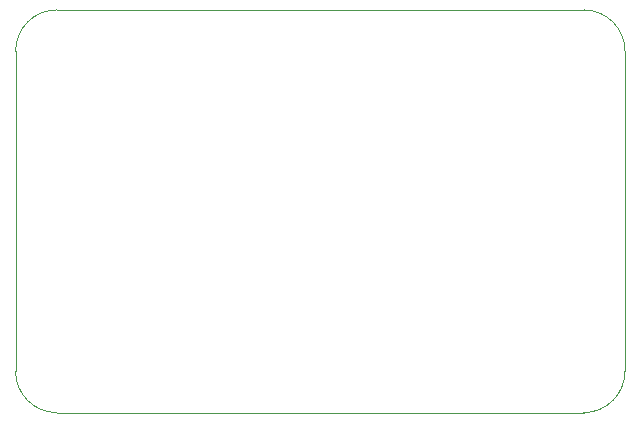
<source format=gbr>
%TF.GenerationSoftware,KiCad,Pcbnew,8.0.1*%
%TF.CreationDate,2024-04-21T09:28:36-04:00*%
%TF.ProjectId,super_capacitor_backup,73757065-725f-4636-9170-616369746f72,rev?*%
%TF.SameCoordinates,PX8f6ec00PY36439a0*%
%TF.FileFunction,Profile,NP*%
%FSLAX46Y46*%
G04 Gerber Fmt 4.6, Leading zero omitted, Abs format (unit mm)*
G04 Created by KiCad (PCBNEW 8.0.1) date 2024-04-21 09:28:36*
%MOMM*%
%LPD*%
G01*
G04 APERTURE LIST*
%TA.AperFunction,Profile*%
%ADD10C,0.050000*%
%TD*%
G04 APERTURE END LIST*
D10*
X4500000Y-35100000D02*
G75*
G02*
X1000000Y-31600000I0J3500000D01*
G01*
X52600000Y-31600000D02*
G75*
G02*
X49100000Y-35100000I-3500000J0D01*
G01*
X49100000Y-1000000D02*
G75*
G02*
X52600000Y-4500000I0J-3500000D01*
G01*
X1000000Y-4500000D02*
G75*
G02*
X4500000Y-1000000I3500000J0D01*
G01*
X1000000Y-31600000D02*
X1000000Y-4500000D01*
X49100000Y-35100000D02*
X4500000Y-35100000D01*
X52600000Y-4500000D02*
X52600000Y-31600000D01*
X4500000Y-1000000D02*
X49100000Y-1000000D01*
M02*

</source>
